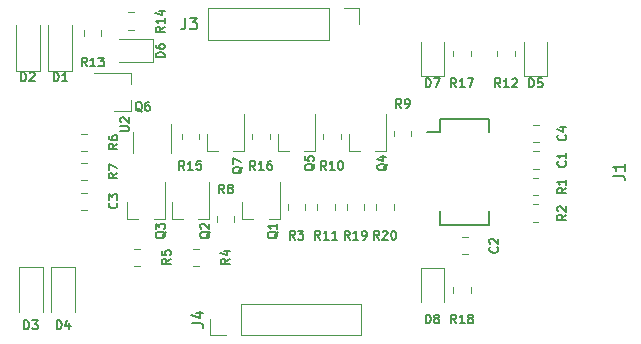
<source format=gbr>
%TF.GenerationSoftware,KiCad,Pcbnew,(6.0.7)*%
%TF.CreationDate,2023-04-17T23:48:31-04:00*%
%TF.ProjectId,minirib-usb,6d696e69-7269-4622-9d75-73622e6b6963,E*%
%TF.SameCoordinates,Original*%
%TF.FileFunction,Legend,Top*%
%TF.FilePolarity,Positive*%
%FSLAX46Y46*%
G04 Gerber Fmt 4.6, Leading zero omitted, Abs format (unit mm)*
G04 Created by KiCad (PCBNEW (6.0.7)) date 2023-04-17 23:48:31*
%MOMM*%
%LPD*%
G01*
G04 APERTURE LIST*
%ADD10C,0.150000*%
%ADD11C,0.120000*%
G04 APERTURE END LIST*
D10*
%TO.C,R10*%
X133517857Y-104839285D02*
X133267857Y-104482142D01*
X133089285Y-104839285D02*
X133089285Y-104089285D01*
X133375000Y-104089285D01*
X133446428Y-104125000D01*
X133482142Y-104160714D01*
X133517857Y-104232142D01*
X133517857Y-104339285D01*
X133482142Y-104410714D01*
X133446428Y-104446428D01*
X133375000Y-104482142D01*
X133089285Y-104482142D01*
X134232142Y-104839285D02*
X133803571Y-104839285D01*
X134017857Y-104839285D02*
X134017857Y-104089285D01*
X133946428Y-104196428D01*
X133875000Y-104267857D01*
X133803571Y-104303571D01*
X134696428Y-104089285D02*
X134767857Y-104089285D01*
X134839285Y-104125000D01*
X134875000Y-104160714D01*
X134910714Y-104232142D01*
X134946428Y-104375000D01*
X134946428Y-104553571D01*
X134910714Y-104696428D01*
X134875000Y-104767857D01*
X134839285Y-104803571D01*
X134767857Y-104839285D01*
X134696428Y-104839285D01*
X134625000Y-104803571D01*
X134589285Y-104767857D01*
X134553571Y-104696428D01*
X134517857Y-104553571D01*
X134517857Y-104375000D01*
X134553571Y-104232142D01*
X134589285Y-104160714D01*
X134625000Y-104125000D01*
X134696428Y-104089285D01*
%TO.C,D3*%
X107946428Y-118339285D02*
X107946428Y-117589285D01*
X108125000Y-117589285D01*
X108232142Y-117625000D01*
X108303571Y-117696428D01*
X108339285Y-117767857D01*
X108375000Y-117910714D01*
X108375000Y-118017857D01*
X108339285Y-118160714D01*
X108303571Y-118232142D01*
X108232142Y-118303571D01*
X108125000Y-118339285D01*
X107946428Y-118339285D01*
X108625000Y-117589285D02*
X109089285Y-117589285D01*
X108839285Y-117875000D01*
X108946428Y-117875000D01*
X109017857Y-117910714D01*
X109053571Y-117946428D01*
X109089285Y-118017857D01*
X109089285Y-118196428D01*
X109053571Y-118267857D01*
X109017857Y-118303571D01*
X108946428Y-118339285D01*
X108732142Y-118339285D01*
X108660714Y-118303571D01*
X108625000Y-118267857D01*
%TO.C,R19*%
X135517857Y-110739285D02*
X135267857Y-110382142D01*
X135089285Y-110739285D02*
X135089285Y-109989285D01*
X135375000Y-109989285D01*
X135446428Y-110025000D01*
X135482142Y-110060714D01*
X135517857Y-110132142D01*
X135517857Y-110239285D01*
X135482142Y-110310714D01*
X135446428Y-110346428D01*
X135375000Y-110382142D01*
X135089285Y-110382142D01*
X136232142Y-110739285D02*
X135803571Y-110739285D01*
X136017857Y-110739285D02*
X136017857Y-109989285D01*
X135946428Y-110096428D01*
X135875000Y-110167857D01*
X135803571Y-110203571D01*
X136589285Y-110739285D02*
X136732142Y-110739285D01*
X136803571Y-110703571D01*
X136839285Y-110667857D01*
X136910714Y-110560714D01*
X136946428Y-110417857D01*
X136946428Y-110132142D01*
X136910714Y-110060714D01*
X136875000Y-110025000D01*
X136803571Y-109989285D01*
X136660714Y-109989285D01*
X136589285Y-110025000D01*
X136553571Y-110060714D01*
X136517857Y-110132142D01*
X136517857Y-110310714D01*
X136553571Y-110382142D01*
X136589285Y-110417857D01*
X136660714Y-110453571D01*
X136803571Y-110453571D01*
X136875000Y-110417857D01*
X136910714Y-110382142D01*
X136946428Y-110310714D01*
%TO.C,J1*%
X157802380Y-105333333D02*
X158516666Y-105333333D01*
X158659523Y-105380952D01*
X158754761Y-105476190D01*
X158802380Y-105619047D01*
X158802380Y-105714285D01*
X158802380Y-104333333D02*
X158802380Y-104904761D01*
X158802380Y-104619047D02*
X157802380Y-104619047D01*
X157945238Y-104714285D01*
X158040476Y-104809523D01*
X158088095Y-104904761D01*
%TO.C,R3*%
X130875000Y-110739285D02*
X130625000Y-110382142D01*
X130446428Y-110739285D02*
X130446428Y-109989285D01*
X130732142Y-109989285D01*
X130803571Y-110025000D01*
X130839285Y-110060714D01*
X130875000Y-110132142D01*
X130875000Y-110239285D01*
X130839285Y-110310714D01*
X130803571Y-110346428D01*
X130732142Y-110382142D01*
X130446428Y-110382142D01*
X131125000Y-109989285D02*
X131589285Y-109989285D01*
X131339285Y-110275000D01*
X131446428Y-110275000D01*
X131517857Y-110310714D01*
X131553571Y-110346428D01*
X131589285Y-110417857D01*
X131589285Y-110596428D01*
X131553571Y-110667857D01*
X131517857Y-110703571D01*
X131446428Y-110739285D01*
X131232142Y-110739285D01*
X131160714Y-110703571D01*
X131125000Y-110667857D01*
%TO.C,J4*%
X122122380Y-117833333D02*
X122836666Y-117833333D01*
X122979523Y-117880952D01*
X123074761Y-117976190D01*
X123122380Y-118119047D01*
X123122380Y-118214285D01*
X122455714Y-116928571D02*
X123122380Y-116928571D01*
X122074761Y-117166666D02*
X122789047Y-117404761D01*
X122789047Y-116785714D01*
%TO.C,R1*%
X153834285Y-106380000D02*
X153477142Y-106630000D01*
X153834285Y-106808571D02*
X153084285Y-106808571D01*
X153084285Y-106522857D01*
X153120000Y-106451428D01*
X153155714Y-106415714D01*
X153227142Y-106380000D01*
X153334285Y-106380000D01*
X153405714Y-106415714D01*
X153441428Y-106451428D01*
X153477142Y-106522857D01*
X153477142Y-106808571D01*
X153834285Y-105665714D02*
X153834285Y-106094285D01*
X153834285Y-105880000D02*
X153084285Y-105880000D01*
X153191428Y-105951428D01*
X153262857Y-106022857D01*
X153298571Y-106094285D01*
%TO.C,R14*%
X119839285Y-92732142D02*
X119482142Y-92982142D01*
X119839285Y-93160714D02*
X119089285Y-93160714D01*
X119089285Y-92875000D01*
X119125000Y-92803571D01*
X119160714Y-92767857D01*
X119232142Y-92732142D01*
X119339285Y-92732142D01*
X119410714Y-92767857D01*
X119446428Y-92803571D01*
X119482142Y-92875000D01*
X119482142Y-93160714D01*
X119839285Y-92017857D02*
X119839285Y-92446428D01*
X119839285Y-92232142D02*
X119089285Y-92232142D01*
X119196428Y-92303571D01*
X119267857Y-92375000D01*
X119303571Y-92446428D01*
X119339285Y-91375000D02*
X119839285Y-91375000D01*
X119053571Y-91553571D02*
X119589285Y-91732142D01*
X119589285Y-91267857D01*
%TO.C,D7*%
X141946428Y-97839285D02*
X141946428Y-97089285D01*
X142125000Y-97089285D01*
X142232142Y-97125000D01*
X142303571Y-97196428D01*
X142339285Y-97267857D01*
X142375000Y-97410714D01*
X142375000Y-97517857D01*
X142339285Y-97660714D01*
X142303571Y-97732142D01*
X142232142Y-97803571D01*
X142125000Y-97839285D01*
X141946428Y-97839285D01*
X142625000Y-97089285D02*
X143125000Y-97089285D01*
X142803571Y-97839285D01*
%TO.C,U2*%
X116089285Y-101571428D02*
X116696428Y-101571428D01*
X116767857Y-101535714D01*
X116803571Y-101500000D01*
X116839285Y-101428571D01*
X116839285Y-101285714D01*
X116803571Y-101214285D01*
X116767857Y-101178571D01*
X116696428Y-101142857D01*
X116089285Y-101142857D01*
X116160714Y-100821428D02*
X116125000Y-100785714D01*
X116089285Y-100714285D01*
X116089285Y-100535714D01*
X116125000Y-100464285D01*
X116160714Y-100428571D01*
X116232142Y-100392857D01*
X116303571Y-100392857D01*
X116410714Y-100428571D01*
X116839285Y-100857142D01*
X116839285Y-100392857D01*
%TO.C,R13*%
X113267857Y-96089285D02*
X113017857Y-95732142D01*
X112839285Y-96089285D02*
X112839285Y-95339285D01*
X113125000Y-95339285D01*
X113196428Y-95375000D01*
X113232142Y-95410714D01*
X113267857Y-95482142D01*
X113267857Y-95589285D01*
X113232142Y-95660714D01*
X113196428Y-95696428D01*
X113125000Y-95732142D01*
X112839285Y-95732142D01*
X113982142Y-96089285D02*
X113553571Y-96089285D01*
X113767857Y-96089285D02*
X113767857Y-95339285D01*
X113696428Y-95446428D01*
X113625000Y-95517857D01*
X113553571Y-95553571D01*
X114232142Y-95339285D02*
X114696428Y-95339285D01*
X114446428Y-95625000D01*
X114553571Y-95625000D01*
X114625000Y-95660714D01*
X114660714Y-95696428D01*
X114696428Y-95767857D01*
X114696428Y-95946428D01*
X114660714Y-96017857D01*
X114625000Y-96053571D01*
X114553571Y-96089285D01*
X114339285Y-96089285D01*
X114267857Y-96053571D01*
X114232142Y-96017857D01*
%TO.C,Q2*%
X123660714Y-110071428D02*
X123625000Y-110142857D01*
X123553571Y-110214285D01*
X123446428Y-110321428D01*
X123410714Y-110392857D01*
X123410714Y-110464285D01*
X123589285Y-110428571D02*
X123553571Y-110500000D01*
X123482142Y-110571428D01*
X123339285Y-110607142D01*
X123089285Y-110607142D01*
X122946428Y-110571428D01*
X122875000Y-110500000D01*
X122839285Y-110428571D01*
X122839285Y-110285714D01*
X122875000Y-110214285D01*
X122946428Y-110142857D01*
X123089285Y-110107142D01*
X123339285Y-110107142D01*
X123482142Y-110142857D01*
X123553571Y-110214285D01*
X123589285Y-110285714D01*
X123589285Y-110428571D01*
X122910714Y-109821428D02*
X122875000Y-109785714D01*
X122839285Y-109714285D01*
X122839285Y-109535714D01*
X122875000Y-109464285D01*
X122910714Y-109428571D01*
X122982142Y-109392857D01*
X123053571Y-109392857D01*
X123160714Y-109428571D01*
X123589285Y-109857142D01*
X123589285Y-109392857D01*
%TO.C,D4*%
X110696428Y-118339285D02*
X110696428Y-117589285D01*
X110875000Y-117589285D01*
X110982142Y-117625000D01*
X111053571Y-117696428D01*
X111089285Y-117767857D01*
X111125000Y-117910714D01*
X111125000Y-118017857D01*
X111089285Y-118160714D01*
X111053571Y-118232142D01*
X110982142Y-118303571D01*
X110875000Y-118339285D01*
X110696428Y-118339285D01*
X111767857Y-117839285D02*
X111767857Y-118339285D01*
X111589285Y-117553571D02*
X111410714Y-118089285D01*
X111875000Y-118089285D01*
%TO.C,C2*%
X148017857Y-111375000D02*
X148053571Y-111410714D01*
X148089285Y-111517857D01*
X148089285Y-111589285D01*
X148053571Y-111696428D01*
X147982142Y-111767857D01*
X147910714Y-111803571D01*
X147767857Y-111839285D01*
X147660714Y-111839285D01*
X147517857Y-111803571D01*
X147446428Y-111767857D01*
X147375000Y-111696428D01*
X147339285Y-111589285D01*
X147339285Y-111517857D01*
X147375000Y-111410714D01*
X147410714Y-111375000D01*
X147410714Y-111089285D02*
X147375000Y-111053571D01*
X147339285Y-110982142D01*
X147339285Y-110803571D01*
X147375000Y-110732142D01*
X147410714Y-110696428D01*
X147482142Y-110660714D01*
X147553571Y-110660714D01*
X147660714Y-110696428D01*
X148089285Y-111125000D01*
X148089285Y-110660714D01*
%TO.C,R15*%
X121517857Y-104839285D02*
X121267857Y-104482142D01*
X121089285Y-104839285D02*
X121089285Y-104089285D01*
X121375000Y-104089285D01*
X121446428Y-104125000D01*
X121482142Y-104160714D01*
X121517857Y-104232142D01*
X121517857Y-104339285D01*
X121482142Y-104410714D01*
X121446428Y-104446428D01*
X121375000Y-104482142D01*
X121089285Y-104482142D01*
X122232142Y-104839285D02*
X121803571Y-104839285D01*
X122017857Y-104839285D02*
X122017857Y-104089285D01*
X121946428Y-104196428D01*
X121875000Y-104267857D01*
X121803571Y-104303571D01*
X122910714Y-104089285D02*
X122553571Y-104089285D01*
X122517857Y-104446428D01*
X122553571Y-104410714D01*
X122625000Y-104375000D01*
X122803571Y-104375000D01*
X122875000Y-104410714D01*
X122910714Y-104446428D01*
X122946428Y-104517857D01*
X122946428Y-104696428D01*
X122910714Y-104767857D01*
X122875000Y-104803571D01*
X122803571Y-104839285D01*
X122625000Y-104839285D01*
X122553571Y-104803571D01*
X122517857Y-104767857D01*
%TO.C,R7*%
X115839285Y-105125000D02*
X115482142Y-105375000D01*
X115839285Y-105553571D02*
X115089285Y-105553571D01*
X115089285Y-105267857D01*
X115125000Y-105196428D01*
X115160714Y-105160714D01*
X115232142Y-105125000D01*
X115339285Y-105125000D01*
X115410714Y-105160714D01*
X115446428Y-105196428D01*
X115482142Y-105267857D01*
X115482142Y-105553571D01*
X115089285Y-104875000D02*
X115089285Y-104375000D01*
X115839285Y-104696428D01*
%TO.C,R6*%
X115839285Y-102625000D02*
X115482142Y-102875000D01*
X115839285Y-103053571D02*
X115089285Y-103053571D01*
X115089285Y-102767857D01*
X115125000Y-102696428D01*
X115160714Y-102660714D01*
X115232142Y-102625000D01*
X115339285Y-102625000D01*
X115410714Y-102660714D01*
X115446428Y-102696428D01*
X115482142Y-102767857D01*
X115482142Y-103053571D01*
X115089285Y-101982142D02*
X115089285Y-102125000D01*
X115125000Y-102196428D01*
X115160714Y-102232142D01*
X115267857Y-102303571D01*
X115410714Y-102339285D01*
X115696428Y-102339285D01*
X115767857Y-102303571D01*
X115803571Y-102267857D01*
X115839285Y-102196428D01*
X115839285Y-102053571D01*
X115803571Y-101982142D01*
X115767857Y-101946428D01*
X115696428Y-101910714D01*
X115517857Y-101910714D01*
X115446428Y-101946428D01*
X115410714Y-101982142D01*
X115375000Y-102053571D01*
X115375000Y-102196428D01*
X115410714Y-102267857D01*
X115446428Y-102303571D01*
X115517857Y-102339285D01*
%TO.C,R5*%
X120339285Y-112375000D02*
X119982142Y-112625000D01*
X120339285Y-112803571D02*
X119589285Y-112803571D01*
X119589285Y-112517857D01*
X119625000Y-112446428D01*
X119660714Y-112410714D01*
X119732142Y-112375000D01*
X119839285Y-112375000D01*
X119910714Y-112410714D01*
X119946428Y-112446428D01*
X119982142Y-112517857D01*
X119982142Y-112803571D01*
X119589285Y-111696428D02*
X119589285Y-112053571D01*
X119946428Y-112089285D01*
X119910714Y-112053571D01*
X119875000Y-111982142D01*
X119875000Y-111803571D01*
X119910714Y-111732142D01*
X119946428Y-111696428D01*
X120017857Y-111660714D01*
X120196428Y-111660714D01*
X120267857Y-111696428D01*
X120303571Y-111732142D01*
X120339285Y-111803571D01*
X120339285Y-111982142D01*
X120303571Y-112053571D01*
X120267857Y-112089285D01*
%TO.C,D6*%
X119839285Y-95303571D02*
X119089285Y-95303571D01*
X119089285Y-95125000D01*
X119125000Y-95017857D01*
X119196428Y-94946428D01*
X119267857Y-94910714D01*
X119410714Y-94875000D01*
X119517857Y-94875000D01*
X119660714Y-94910714D01*
X119732142Y-94946428D01*
X119803571Y-95017857D01*
X119839285Y-95125000D01*
X119839285Y-95303571D01*
X119089285Y-94232142D02*
X119089285Y-94375000D01*
X119125000Y-94446428D01*
X119160714Y-94482142D01*
X119267857Y-94553571D01*
X119410714Y-94589285D01*
X119696428Y-94589285D01*
X119767857Y-94553571D01*
X119803571Y-94517857D01*
X119839285Y-94446428D01*
X119839285Y-94303571D01*
X119803571Y-94232142D01*
X119767857Y-94196428D01*
X119696428Y-94160714D01*
X119517857Y-94160714D01*
X119446428Y-94196428D01*
X119410714Y-94232142D01*
X119375000Y-94303571D01*
X119375000Y-94446428D01*
X119410714Y-94517857D01*
X119446428Y-94553571D01*
X119517857Y-94589285D01*
%TO.C,R12*%
X148267857Y-97839285D02*
X148017857Y-97482142D01*
X147839285Y-97839285D02*
X147839285Y-97089285D01*
X148125000Y-97089285D01*
X148196428Y-97125000D01*
X148232142Y-97160714D01*
X148267857Y-97232142D01*
X148267857Y-97339285D01*
X148232142Y-97410714D01*
X148196428Y-97446428D01*
X148125000Y-97482142D01*
X147839285Y-97482142D01*
X148982142Y-97839285D02*
X148553571Y-97839285D01*
X148767857Y-97839285D02*
X148767857Y-97089285D01*
X148696428Y-97196428D01*
X148625000Y-97267857D01*
X148553571Y-97303571D01*
X149267857Y-97160714D02*
X149303571Y-97125000D01*
X149375000Y-97089285D01*
X149553571Y-97089285D01*
X149625000Y-97125000D01*
X149660714Y-97160714D01*
X149696428Y-97232142D01*
X149696428Y-97303571D01*
X149660714Y-97410714D01*
X149232142Y-97839285D01*
X149696428Y-97839285D01*
%TO.C,R16*%
X127517857Y-104839285D02*
X127267857Y-104482142D01*
X127089285Y-104839285D02*
X127089285Y-104089285D01*
X127375000Y-104089285D01*
X127446428Y-104125000D01*
X127482142Y-104160714D01*
X127517857Y-104232142D01*
X127517857Y-104339285D01*
X127482142Y-104410714D01*
X127446428Y-104446428D01*
X127375000Y-104482142D01*
X127089285Y-104482142D01*
X128232142Y-104839285D02*
X127803571Y-104839285D01*
X128017857Y-104839285D02*
X128017857Y-104089285D01*
X127946428Y-104196428D01*
X127875000Y-104267857D01*
X127803571Y-104303571D01*
X128875000Y-104089285D02*
X128732142Y-104089285D01*
X128660714Y-104125000D01*
X128625000Y-104160714D01*
X128553571Y-104267857D01*
X128517857Y-104410714D01*
X128517857Y-104696428D01*
X128553571Y-104767857D01*
X128589285Y-104803571D01*
X128660714Y-104839285D01*
X128803571Y-104839285D01*
X128875000Y-104803571D01*
X128910714Y-104767857D01*
X128946428Y-104696428D01*
X128946428Y-104517857D01*
X128910714Y-104446428D01*
X128875000Y-104410714D01*
X128803571Y-104375000D01*
X128660714Y-104375000D01*
X128589285Y-104410714D01*
X128553571Y-104446428D01*
X128517857Y-104517857D01*
%TO.C,C3*%
X115767857Y-107625000D02*
X115803571Y-107660714D01*
X115839285Y-107767857D01*
X115839285Y-107839285D01*
X115803571Y-107946428D01*
X115732142Y-108017857D01*
X115660714Y-108053571D01*
X115517857Y-108089285D01*
X115410714Y-108089285D01*
X115267857Y-108053571D01*
X115196428Y-108017857D01*
X115125000Y-107946428D01*
X115089285Y-107839285D01*
X115089285Y-107767857D01*
X115125000Y-107660714D01*
X115160714Y-107625000D01*
X115089285Y-107375000D02*
X115089285Y-106910714D01*
X115375000Y-107160714D01*
X115375000Y-107053571D01*
X115410714Y-106982142D01*
X115446428Y-106946428D01*
X115517857Y-106910714D01*
X115696428Y-106910714D01*
X115767857Y-106946428D01*
X115803571Y-106982142D01*
X115839285Y-107053571D01*
X115839285Y-107267857D01*
X115803571Y-107339285D01*
X115767857Y-107375000D01*
%TO.C,R2*%
X153834285Y-108630000D02*
X153477142Y-108880000D01*
X153834285Y-109058571D02*
X153084285Y-109058571D01*
X153084285Y-108772857D01*
X153120000Y-108701428D01*
X153155714Y-108665714D01*
X153227142Y-108630000D01*
X153334285Y-108630000D01*
X153405714Y-108665714D01*
X153441428Y-108701428D01*
X153477142Y-108772857D01*
X153477142Y-109058571D01*
X153155714Y-108344285D02*
X153120000Y-108308571D01*
X153084285Y-108237142D01*
X153084285Y-108058571D01*
X153120000Y-107987142D01*
X153155714Y-107951428D01*
X153227142Y-107915714D01*
X153298571Y-107915714D01*
X153405714Y-107951428D01*
X153834285Y-108380000D01*
X153834285Y-107915714D01*
%TO.C,R20*%
X138017857Y-110739285D02*
X137767857Y-110382142D01*
X137589285Y-110739285D02*
X137589285Y-109989285D01*
X137875000Y-109989285D01*
X137946428Y-110025000D01*
X137982142Y-110060714D01*
X138017857Y-110132142D01*
X138017857Y-110239285D01*
X137982142Y-110310714D01*
X137946428Y-110346428D01*
X137875000Y-110382142D01*
X137589285Y-110382142D01*
X138303571Y-110060714D02*
X138339285Y-110025000D01*
X138410714Y-109989285D01*
X138589285Y-109989285D01*
X138660714Y-110025000D01*
X138696428Y-110060714D01*
X138732142Y-110132142D01*
X138732142Y-110203571D01*
X138696428Y-110310714D01*
X138267857Y-110739285D01*
X138732142Y-110739285D01*
X139196428Y-109989285D02*
X139267857Y-109989285D01*
X139339285Y-110025000D01*
X139375000Y-110060714D01*
X139410714Y-110132142D01*
X139446428Y-110275000D01*
X139446428Y-110453571D01*
X139410714Y-110596428D01*
X139375000Y-110667857D01*
X139339285Y-110703571D01*
X139267857Y-110739285D01*
X139196428Y-110739285D01*
X139125000Y-110703571D01*
X139089285Y-110667857D01*
X139053571Y-110596428D01*
X139017857Y-110453571D01*
X139017857Y-110275000D01*
X139053571Y-110132142D01*
X139089285Y-110060714D01*
X139125000Y-110025000D01*
X139196428Y-109989285D01*
%TO.C,R11*%
X133017857Y-110739285D02*
X132767857Y-110382142D01*
X132589285Y-110739285D02*
X132589285Y-109989285D01*
X132875000Y-109989285D01*
X132946428Y-110025000D01*
X132982142Y-110060714D01*
X133017857Y-110132142D01*
X133017857Y-110239285D01*
X132982142Y-110310714D01*
X132946428Y-110346428D01*
X132875000Y-110382142D01*
X132589285Y-110382142D01*
X133732142Y-110739285D02*
X133303571Y-110739285D01*
X133517857Y-110739285D02*
X133517857Y-109989285D01*
X133446428Y-110096428D01*
X133375000Y-110167857D01*
X133303571Y-110203571D01*
X134446428Y-110739285D02*
X134017857Y-110739285D01*
X134232142Y-110739285D02*
X134232142Y-109989285D01*
X134160714Y-110096428D01*
X134089285Y-110167857D01*
X134017857Y-110203571D01*
%TO.C,R18*%
X144517857Y-117839285D02*
X144267857Y-117482142D01*
X144089285Y-117839285D02*
X144089285Y-117089285D01*
X144375000Y-117089285D01*
X144446428Y-117125000D01*
X144482142Y-117160714D01*
X144517857Y-117232142D01*
X144517857Y-117339285D01*
X144482142Y-117410714D01*
X144446428Y-117446428D01*
X144375000Y-117482142D01*
X144089285Y-117482142D01*
X145232142Y-117839285D02*
X144803571Y-117839285D01*
X145017857Y-117839285D02*
X145017857Y-117089285D01*
X144946428Y-117196428D01*
X144875000Y-117267857D01*
X144803571Y-117303571D01*
X145660714Y-117410714D02*
X145589285Y-117375000D01*
X145553571Y-117339285D01*
X145517857Y-117267857D01*
X145517857Y-117232142D01*
X145553571Y-117160714D01*
X145589285Y-117125000D01*
X145660714Y-117089285D01*
X145803571Y-117089285D01*
X145875000Y-117125000D01*
X145910714Y-117160714D01*
X145946428Y-117232142D01*
X145946428Y-117267857D01*
X145910714Y-117339285D01*
X145875000Y-117375000D01*
X145803571Y-117410714D01*
X145660714Y-117410714D01*
X145589285Y-117446428D01*
X145553571Y-117482142D01*
X145517857Y-117553571D01*
X145517857Y-117696428D01*
X145553571Y-117767857D01*
X145589285Y-117803571D01*
X145660714Y-117839285D01*
X145803571Y-117839285D01*
X145875000Y-117803571D01*
X145910714Y-117767857D01*
X145946428Y-117696428D01*
X145946428Y-117553571D01*
X145910714Y-117482142D01*
X145875000Y-117446428D01*
X145803571Y-117410714D01*
%TO.C,Q3*%
X119910714Y-110071428D02*
X119875000Y-110142857D01*
X119803571Y-110214285D01*
X119696428Y-110321428D01*
X119660714Y-110392857D01*
X119660714Y-110464285D01*
X119839285Y-110428571D02*
X119803571Y-110500000D01*
X119732142Y-110571428D01*
X119589285Y-110607142D01*
X119339285Y-110607142D01*
X119196428Y-110571428D01*
X119125000Y-110500000D01*
X119089285Y-110428571D01*
X119089285Y-110285714D01*
X119125000Y-110214285D01*
X119196428Y-110142857D01*
X119339285Y-110107142D01*
X119589285Y-110107142D01*
X119732142Y-110142857D01*
X119803571Y-110214285D01*
X119839285Y-110285714D01*
X119839285Y-110428571D01*
X119089285Y-109857142D02*
X119089285Y-109392857D01*
X119375000Y-109642857D01*
X119375000Y-109535714D01*
X119410714Y-109464285D01*
X119446428Y-109428571D01*
X119517857Y-109392857D01*
X119696428Y-109392857D01*
X119767857Y-109428571D01*
X119803571Y-109464285D01*
X119839285Y-109535714D01*
X119839285Y-109750000D01*
X119803571Y-109821428D01*
X119767857Y-109857142D01*
%TO.C,C1*%
X153762857Y-104130000D02*
X153798571Y-104165714D01*
X153834285Y-104272857D01*
X153834285Y-104344285D01*
X153798571Y-104451428D01*
X153727142Y-104522857D01*
X153655714Y-104558571D01*
X153512857Y-104594285D01*
X153405714Y-104594285D01*
X153262857Y-104558571D01*
X153191428Y-104522857D01*
X153120000Y-104451428D01*
X153084285Y-104344285D01*
X153084285Y-104272857D01*
X153120000Y-104165714D01*
X153155714Y-104130000D01*
X153834285Y-103415714D02*
X153834285Y-103844285D01*
X153834285Y-103630000D02*
X153084285Y-103630000D01*
X153191428Y-103701428D01*
X153262857Y-103772857D01*
X153298571Y-103844285D01*
%TO.C,J3*%
X121591666Y-91952380D02*
X121591666Y-92666666D01*
X121544047Y-92809523D01*
X121448809Y-92904761D01*
X121305952Y-92952380D01*
X121210714Y-92952380D01*
X121972619Y-91952380D02*
X122591666Y-91952380D01*
X122258333Y-92333333D01*
X122401190Y-92333333D01*
X122496428Y-92380952D01*
X122544047Y-92428571D01*
X122591666Y-92523809D01*
X122591666Y-92761904D01*
X122544047Y-92857142D01*
X122496428Y-92904761D01*
X122401190Y-92952380D01*
X122115476Y-92952380D01*
X122020238Y-92904761D01*
X121972619Y-92857142D01*
%TO.C,Q1*%
X129410714Y-110071428D02*
X129375000Y-110142857D01*
X129303571Y-110214285D01*
X129196428Y-110321428D01*
X129160714Y-110392857D01*
X129160714Y-110464285D01*
X129339285Y-110428571D02*
X129303571Y-110500000D01*
X129232142Y-110571428D01*
X129089285Y-110607142D01*
X128839285Y-110607142D01*
X128696428Y-110571428D01*
X128625000Y-110500000D01*
X128589285Y-110428571D01*
X128589285Y-110285714D01*
X128625000Y-110214285D01*
X128696428Y-110142857D01*
X128839285Y-110107142D01*
X129089285Y-110107142D01*
X129232142Y-110142857D01*
X129303571Y-110214285D01*
X129339285Y-110285714D01*
X129339285Y-110428571D01*
X129339285Y-109392857D02*
X129339285Y-109821428D01*
X129339285Y-109607142D02*
X128589285Y-109607142D01*
X128696428Y-109678571D01*
X128767857Y-109750000D01*
X128803571Y-109821428D01*
%TO.C,R17*%
X144517857Y-97839285D02*
X144267857Y-97482142D01*
X144089285Y-97839285D02*
X144089285Y-97089285D01*
X144375000Y-97089285D01*
X144446428Y-97125000D01*
X144482142Y-97160714D01*
X144517857Y-97232142D01*
X144517857Y-97339285D01*
X144482142Y-97410714D01*
X144446428Y-97446428D01*
X144375000Y-97482142D01*
X144089285Y-97482142D01*
X145232142Y-97839285D02*
X144803571Y-97839285D01*
X145017857Y-97839285D02*
X145017857Y-97089285D01*
X144946428Y-97196428D01*
X144875000Y-97267857D01*
X144803571Y-97303571D01*
X145482142Y-97089285D02*
X145982142Y-97089285D01*
X145660714Y-97839285D01*
%TO.C,D2*%
X107696428Y-97339285D02*
X107696428Y-96589285D01*
X107875000Y-96589285D01*
X107982142Y-96625000D01*
X108053571Y-96696428D01*
X108089285Y-96767857D01*
X108125000Y-96910714D01*
X108125000Y-97017857D01*
X108089285Y-97160714D01*
X108053571Y-97232142D01*
X107982142Y-97303571D01*
X107875000Y-97339285D01*
X107696428Y-97339285D01*
X108410714Y-96660714D02*
X108446428Y-96625000D01*
X108517857Y-96589285D01*
X108696428Y-96589285D01*
X108767857Y-96625000D01*
X108803571Y-96660714D01*
X108839285Y-96732142D01*
X108839285Y-96803571D01*
X108803571Y-96910714D01*
X108375000Y-97339285D01*
X108839285Y-97339285D01*
%TO.C,Q6*%
X117928571Y-99910714D02*
X117857142Y-99875000D01*
X117785714Y-99803571D01*
X117678571Y-99696428D01*
X117607142Y-99660714D01*
X117535714Y-99660714D01*
X117571428Y-99839285D02*
X117500000Y-99803571D01*
X117428571Y-99732142D01*
X117392857Y-99589285D01*
X117392857Y-99339285D01*
X117428571Y-99196428D01*
X117500000Y-99125000D01*
X117571428Y-99089285D01*
X117714285Y-99089285D01*
X117785714Y-99125000D01*
X117857142Y-99196428D01*
X117892857Y-99339285D01*
X117892857Y-99589285D01*
X117857142Y-99732142D01*
X117785714Y-99803571D01*
X117714285Y-99839285D01*
X117571428Y-99839285D01*
X118535714Y-99089285D02*
X118392857Y-99089285D01*
X118321428Y-99125000D01*
X118285714Y-99160714D01*
X118214285Y-99267857D01*
X118178571Y-99410714D01*
X118178571Y-99696428D01*
X118214285Y-99767857D01*
X118250000Y-99803571D01*
X118321428Y-99839285D01*
X118464285Y-99839285D01*
X118535714Y-99803571D01*
X118571428Y-99767857D01*
X118607142Y-99696428D01*
X118607142Y-99517857D01*
X118571428Y-99446428D01*
X118535714Y-99410714D01*
X118464285Y-99375000D01*
X118321428Y-99375000D01*
X118250000Y-99410714D01*
X118214285Y-99446428D01*
X118178571Y-99517857D01*
%TO.C,Q4*%
X138660714Y-104321428D02*
X138625000Y-104392857D01*
X138553571Y-104464285D01*
X138446428Y-104571428D01*
X138410714Y-104642857D01*
X138410714Y-104714285D01*
X138589285Y-104678571D02*
X138553571Y-104750000D01*
X138482142Y-104821428D01*
X138339285Y-104857142D01*
X138089285Y-104857142D01*
X137946428Y-104821428D01*
X137875000Y-104750000D01*
X137839285Y-104678571D01*
X137839285Y-104535714D01*
X137875000Y-104464285D01*
X137946428Y-104392857D01*
X138089285Y-104357142D01*
X138339285Y-104357142D01*
X138482142Y-104392857D01*
X138553571Y-104464285D01*
X138589285Y-104535714D01*
X138589285Y-104678571D01*
X138089285Y-103714285D02*
X138589285Y-103714285D01*
X137803571Y-103892857D02*
X138339285Y-104071428D01*
X138339285Y-103607142D01*
%TO.C,Q5*%
X132525714Y-104321428D02*
X132490000Y-104392857D01*
X132418571Y-104464285D01*
X132311428Y-104571428D01*
X132275714Y-104642857D01*
X132275714Y-104714285D01*
X132454285Y-104678571D02*
X132418571Y-104750000D01*
X132347142Y-104821428D01*
X132204285Y-104857142D01*
X131954285Y-104857142D01*
X131811428Y-104821428D01*
X131740000Y-104750000D01*
X131704285Y-104678571D01*
X131704285Y-104535714D01*
X131740000Y-104464285D01*
X131811428Y-104392857D01*
X131954285Y-104357142D01*
X132204285Y-104357142D01*
X132347142Y-104392857D01*
X132418571Y-104464285D01*
X132454285Y-104535714D01*
X132454285Y-104678571D01*
X131704285Y-103678571D02*
X131704285Y-104035714D01*
X132061428Y-104071428D01*
X132025714Y-104035714D01*
X131990000Y-103964285D01*
X131990000Y-103785714D01*
X132025714Y-103714285D01*
X132061428Y-103678571D01*
X132132857Y-103642857D01*
X132311428Y-103642857D01*
X132382857Y-103678571D01*
X132418571Y-103714285D01*
X132454285Y-103785714D01*
X132454285Y-103964285D01*
X132418571Y-104035714D01*
X132382857Y-104071428D01*
%TO.C,D1*%
X110446428Y-97339285D02*
X110446428Y-96589285D01*
X110625000Y-96589285D01*
X110732142Y-96625000D01*
X110803571Y-96696428D01*
X110839285Y-96767857D01*
X110875000Y-96910714D01*
X110875000Y-97017857D01*
X110839285Y-97160714D01*
X110803571Y-97232142D01*
X110732142Y-97303571D01*
X110625000Y-97339285D01*
X110446428Y-97339285D01*
X111589285Y-97339285D02*
X111160714Y-97339285D01*
X111375000Y-97339285D02*
X111375000Y-96589285D01*
X111303571Y-96696428D01*
X111232142Y-96767857D01*
X111160714Y-96803571D01*
%TO.C,C4*%
X153762857Y-101880000D02*
X153798571Y-101915714D01*
X153834285Y-102022857D01*
X153834285Y-102094285D01*
X153798571Y-102201428D01*
X153727142Y-102272857D01*
X153655714Y-102308571D01*
X153512857Y-102344285D01*
X153405714Y-102344285D01*
X153262857Y-102308571D01*
X153191428Y-102272857D01*
X153120000Y-102201428D01*
X153084285Y-102094285D01*
X153084285Y-102022857D01*
X153120000Y-101915714D01*
X153155714Y-101880000D01*
X153334285Y-101237142D02*
X153834285Y-101237142D01*
X153048571Y-101415714D02*
X153584285Y-101594285D01*
X153584285Y-101130000D01*
%TO.C,D5*%
X150696428Y-97839285D02*
X150696428Y-97089285D01*
X150875000Y-97089285D01*
X150982142Y-97125000D01*
X151053571Y-97196428D01*
X151089285Y-97267857D01*
X151125000Y-97410714D01*
X151125000Y-97517857D01*
X151089285Y-97660714D01*
X151053571Y-97732142D01*
X150982142Y-97803571D01*
X150875000Y-97839285D01*
X150696428Y-97839285D01*
X151803571Y-97089285D02*
X151446428Y-97089285D01*
X151410714Y-97446428D01*
X151446428Y-97410714D01*
X151517857Y-97375000D01*
X151696428Y-97375000D01*
X151767857Y-97410714D01*
X151803571Y-97446428D01*
X151839285Y-97517857D01*
X151839285Y-97696428D01*
X151803571Y-97767857D01*
X151767857Y-97803571D01*
X151696428Y-97839285D01*
X151517857Y-97839285D01*
X151446428Y-97803571D01*
X151410714Y-97767857D01*
%TO.C,Q7*%
X126410714Y-104571428D02*
X126375000Y-104642857D01*
X126303571Y-104714285D01*
X126196428Y-104821428D01*
X126160714Y-104892857D01*
X126160714Y-104964285D01*
X126339285Y-104928571D02*
X126303571Y-105000000D01*
X126232142Y-105071428D01*
X126089285Y-105107142D01*
X125839285Y-105107142D01*
X125696428Y-105071428D01*
X125625000Y-105000000D01*
X125589285Y-104928571D01*
X125589285Y-104785714D01*
X125625000Y-104714285D01*
X125696428Y-104642857D01*
X125839285Y-104607142D01*
X126089285Y-104607142D01*
X126232142Y-104642857D01*
X126303571Y-104714285D01*
X126339285Y-104785714D01*
X126339285Y-104928571D01*
X125589285Y-104357142D02*
X125589285Y-103857142D01*
X126339285Y-104178571D01*
%TO.C,R9*%
X139875000Y-99589285D02*
X139625000Y-99232142D01*
X139446428Y-99589285D02*
X139446428Y-98839285D01*
X139732142Y-98839285D01*
X139803571Y-98875000D01*
X139839285Y-98910714D01*
X139875000Y-98982142D01*
X139875000Y-99089285D01*
X139839285Y-99160714D01*
X139803571Y-99196428D01*
X139732142Y-99232142D01*
X139446428Y-99232142D01*
X140232142Y-99589285D02*
X140375000Y-99589285D01*
X140446428Y-99553571D01*
X140482142Y-99517857D01*
X140553571Y-99410714D01*
X140589285Y-99267857D01*
X140589285Y-98982142D01*
X140553571Y-98910714D01*
X140517857Y-98875000D01*
X140446428Y-98839285D01*
X140303571Y-98839285D01*
X140232142Y-98875000D01*
X140196428Y-98910714D01*
X140160714Y-98982142D01*
X140160714Y-99160714D01*
X140196428Y-99232142D01*
X140232142Y-99267857D01*
X140303571Y-99303571D01*
X140446428Y-99303571D01*
X140517857Y-99267857D01*
X140553571Y-99232142D01*
X140589285Y-99160714D01*
%TO.C,R4*%
X125339285Y-112375000D02*
X124982142Y-112625000D01*
X125339285Y-112803571D02*
X124589285Y-112803571D01*
X124589285Y-112517857D01*
X124625000Y-112446428D01*
X124660714Y-112410714D01*
X124732142Y-112375000D01*
X124839285Y-112375000D01*
X124910714Y-112410714D01*
X124946428Y-112446428D01*
X124982142Y-112517857D01*
X124982142Y-112803571D01*
X124839285Y-111732142D02*
X125339285Y-111732142D01*
X124553571Y-111910714D02*
X125089285Y-112089285D01*
X125089285Y-111625000D01*
%TO.C,D8*%
X141946428Y-117839285D02*
X141946428Y-117089285D01*
X142125000Y-117089285D01*
X142232142Y-117125000D01*
X142303571Y-117196428D01*
X142339285Y-117267857D01*
X142375000Y-117410714D01*
X142375000Y-117517857D01*
X142339285Y-117660714D01*
X142303571Y-117732142D01*
X142232142Y-117803571D01*
X142125000Y-117839285D01*
X141946428Y-117839285D01*
X142803571Y-117410714D02*
X142732142Y-117375000D01*
X142696428Y-117339285D01*
X142660714Y-117267857D01*
X142660714Y-117232142D01*
X142696428Y-117160714D01*
X142732142Y-117125000D01*
X142803571Y-117089285D01*
X142946428Y-117089285D01*
X143017857Y-117125000D01*
X143053571Y-117160714D01*
X143089285Y-117232142D01*
X143089285Y-117267857D01*
X143053571Y-117339285D01*
X143017857Y-117375000D01*
X142946428Y-117410714D01*
X142803571Y-117410714D01*
X142732142Y-117446428D01*
X142696428Y-117482142D01*
X142660714Y-117553571D01*
X142660714Y-117696428D01*
X142696428Y-117767857D01*
X142732142Y-117803571D01*
X142803571Y-117839285D01*
X142946428Y-117839285D01*
X143017857Y-117803571D01*
X143053571Y-117767857D01*
X143089285Y-117696428D01*
X143089285Y-117553571D01*
X143053571Y-117482142D01*
X143017857Y-117446428D01*
X142946428Y-117410714D01*
%TO.C,R8*%
X124875000Y-106839285D02*
X124625000Y-106482142D01*
X124446428Y-106839285D02*
X124446428Y-106089285D01*
X124732142Y-106089285D01*
X124803571Y-106125000D01*
X124839285Y-106160714D01*
X124875000Y-106232142D01*
X124875000Y-106339285D01*
X124839285Y-106410714D01*
X124803571Y-106446428D01*
X124732142Y-106482142D01*
X124446428Y-106482142D01*
X125303571Y-106410714D02*
X125232142Y-106375000D01*
X125196428Y-106339285D01*
X125160714Y-106267857D01*
X125160714Y-106232142D01*
X125196428Y-106160714D01*
X125232142Y-106125000D01*
X125303571Y-106089285D01*
X125446428Y-106089285D01*
X125517857Y-106125000D01*
X125553571Y-106160714D01*
X125589285Y-106232142D01*
X125589285Y-106267857D01*
X125553571Y-106339285D01*
X125517857Y-106375000D01*
X125446428Y-106410714D01*
X125303571Y-106410714D01*
X125232142Y-106446428D01*
X125196428Y-106482142D01*
X125160714Y-106553571D01*
X125160714Y-106696428D01*
X125196428Y-106767857D01*
X125232142Y-106803571D01*
X125303571Y-106839285D01*
X125446428Y-106839285D01*
X125517857Y-106803571D01*
X125553571Y-106767857D01*
X125589285Y-106696428D01*
X125589285Y-106553571D01*
X125553571Y-106482142D01*
X125517857Y-106446428D01*
X125446428Y-106410714D01*
D11*
%TO.C,R10*%
X134735000Y-102227064D02*
X134735000Y-101772936D01*
X133265000Y-102227064D02*
X133265000Y-101772936D01*
%TO.C,D3*%
X109500000Y-113050000D02*
X109500000Y-116900000D01*
X109500000Y-113050000D02*
X107500000Y-113050000D01*
X107500000Y-113050000D02*
X107500000Y-116900000D01*
%TO.C,R19*%
X135265000Y-108227064D02*
X135265000Y-107772936D01*
X136735000Y-108227064D02*
X136735000Y-107772936D01*
%TO.C,R3*%
X131735000Y-107772936D02*
X131735000Y-108227064D01*
X130265000Y-107772936D02*
X130265000Y-108227064D01*
%TO.C,J4*%
X136490000Y-118830000D02*
X136490000Y-116170000D01*
X126270000Y-116170000D02*
X136490000Y-116170000D01*
X126270000Y-118830000D02*
X136490000Y-118830000D01*
X125000000Y-118830000D02*
X123670000Y-118830000D01*
X126270000Y-118830000D02*
X126270000Y-116170000D01*
X123670000Y-118830000D02*
X123670000Y-117500000D01*
%TO.C,R1*%
X151022936Y-105520000D02*
X151477064Y-105520000D01*
X151022936Y-106990000D02*
X151477064Y-106990000D01*
%TO.C,R14*%
X116772936Y-91515000D02*
X117227064Y-91515000D01*
X116772936Y-92985000D02*
X117227064Y-92985000D01*
%TO.C,D7*%
X141540000Y-96860000D02*
X143460000Y-96860000D01*
X143460000Y-96860000D02*
X143460000Y-94000000D01*
X141540000Y-94000000D02*
X141540000Y-96860000D01*
%TO.C,U2*%
X120360000Y-103400000D02*
X120360000Y-100950000D01*
X117140000Y-101600000D02*
X117140000Y-103400000D01*
%TO.C,R13*%
X114485000Y-93022936D02*
X114485000Y-93477064D01*
X113015000Y-93022936D02*
X113015000Y-93477064D01*
%TO.C,Q2*%
X120420000Y-109010000D02*
X120420000Y-107550000D01*
X123580000Y-109010000D02*
X122650000Y-109010000D01*
X123580000Y-109010000D02*
X123580000Y-105850000D01*
X120420000Y-109010000D02*
X121350000Y-109010000D01*
%TO.C,D4*%
X112250000Y-113050000D02*
X110250000Y-113050000D01*
X112250000Y-113050000D02*
X112250000Y-116900000D01*
X110250000Y-113050000D02*
X110250000Y-116900000D01*
%TO.C,C2*%
X145511252Y-110515000D02*
X144988748Y-110515000D01*
X145511252Y-111985000D02*
X144988748Y-111985000D01*
%TO.C,R15*%
X122735000Y-102227064D02*
X122735000Y-101772936D01*
X121265000Y-102227064D02*
X121265000Y-101772936D01*
%TO.C,R7*%
X112772936Y-105735000D02*
X113227064Y-105735000D01*
X112772936Y-104265000D02*
X113227064Y-104265000D01*
%TO.C,R6*%
X113227064Y-103235000D02*
X112772936Y-103235000D01*
X113227064Y-101765000D02*
X112772936Y-101765000D01*
%TO.C,R5*%
X117727064Y-111515000D02*
X117272936Y-111515000D01*
X117727064Y-112985000D02*
X117272936Y-112985000D01*
%TO.C,D6*%
X118860000Y-93790000D02*
X116000000Y-93790000D01*
X118860000Y-95710000D02*
X118860000Y-93790000D01*
X116000000Y-95710000D02*
X118860000Y-95710000D01*
%TO.C,R12*%
X149485000Y-94772936D02*
X149485000Y-95227064D01*
X148015000Y-94772936D02*
X148015000Y-95227064D01*
%TO.C,R16*%
X128735000Y-101772936D02*
X128735000Y-102227064D01*
X127265000Y-101772936D02*
X127265000Y-102227064D01*
%TO.C,C3*%
X112738748Y-106765000D02*
X113261252Y-106765000D01*
X112738748Y-108235000D02*
X113261252Y-108235000D01*
%TO.C,R2*%
X151472064Y-107770000D02*
X151017936Y-107770000D01*
X151472064Y-109240000D02*
X151017936Y-109240000D01*
%TO.C,R20*%
X139235000Y-108227064D02*
X139235000Y-107772936D01*
X137765000Y-108227064D02*
X137765000Y-107772936D01*
%TO.C,R11*%
X134235000Y-108227064D02*
X134235000Y-107772936D01*
X132765000Y-108227064D02*
X132765000Y-107772936D01*
%TO.C,R18*%
X145735000Y-115227064D02*
X145735000Y-114772936D01*
X144265000Y-115227064D02*
X144265000Y-114772936D01*
%TO.C,Q3*%
X116670000Y-109010000D02*
X117600000Y-109010000D01*
X116670000Y-109010000D02*
X116670000Y-107550000D01*
X119830000Y-109010000D02*
X118900000Y-109010000D01*
X119830000Y-109010000D02*
X119830000Y-105850000D01*
%TO.C,C1*%
X151511252Y-103270000D02*
X150988748Y-103270000D01*
X151511252Y-104740000D02*
X150988748Y-104740000D01*
%TO.C,J3*%
X133730000Y-91170000D02*
X123510000Y-91170000D01*
X133730000Y-93830000D02*
X123510000Y-93830000D01*
X135000000Y-91170000D02*
X136330000Y-91170000D01*
X123510000Y-91170000D02*
X123510000Y-93830000D01*
X133730000Y-91170000D02*
X133730000Y-93830000D01*
X136330000Y-91170000D02*
X136330000Y-92500000D01*
%TO.C,Q1*%
X129580000Y-109010000D02*
X129580000Y-105850000D01*
X129580000Y-109010000D02*
X128650000Y-109010000D01*
X126420000Y-109010000D02*
X126420000Y-107550000D01*
X126420000Y-109010000D02*
X127350000Y-109010000D01*
%TO.C,R17*%
X144265000Y-94772936D02*
X144265000Y-95227064D01*
X145735000Y-94772936D02*
X145735000Y-95227064D01*
D10*
%TO.C,U1*%
X147325000Y-109475000D02*
X147325000Y-108365000D01*
X143175000Y-101635000D02*
X142050000Y-101635000D01*
X143175000Y-109475000D02*
X147325000Y-109475000D01*
X143175000Y-100525000D02*
X147325000Y-100525000D01*
X143175000Y-101635000D02*
X143175000Y-100525000D01*
X143175000Y-109475000D02*
X143175000Y-108365000D01*
X147325000Y-100525000D02*
X147325000Y-101635000D01*
D11*
%TO.C,D2*%
X107250000Y-96450000D02*
X109250000Y-96450000D01*
X107250000Y-96450000D02*
X107250000Y-92600000D01*
X109250000Y-96450000D02*
X109250000Y-92600000D01*
%TO.C,Q6*%
X117010000Y-99830000D02*
X115550000Y-99830000D01*
X117010000Y-96670000D02*
X117010000Y-97600000D01*
X117010000Y-99830000D02*
X117010000Y-98900000D01*
X117010000Y-96670000D02*
X113850000Y-96670000D01*
%TO.C,Q4*%
X138580000Y-103260000D02*
X138580000Y-100100000D01*
X135420000Y-103260000D02*
X136350000Y-103260000D01*
X135420000Y-103260000D02*
X135420000Y-101800000D01*
X138580000Y-103260000D02*
X137650000Y-103260000D01*
%TO.C,Q5*%
X129420000Y-103260000D02*
X130350000Y-103260000D01*
X132580000Y-103260000D02*
X132580000Y-100100000D01*
X132580000Y-103260000D02*
X131650000Y-103260000D01*
X129420000Y-103260000D02*
X129420000Y-101800000D01*
%TO.C,D1*%
X112000000Y-96450000D02*
X112000000Y-92600000D01*
X110000000Y-96450000D02*
X110000000Y-92600000D01*
X110000000Y-96450000D02*
X112000000Y-96450000D01*
%TO.C,C4*%
X151511252Y-102490000D02*
X150988748Y-102490000D01*
X151511252Y-101020000D02*
X150988748Y-101020000D01*
%TO.C,D5*%
X150290000Y-94000000D02*
X150290000Y-96860000D01*
X150290000Y-96860000D02*
X152210000Y-96860000D01*
X152210000Y-96860000D02*
X152210000Y-94000000D01*
%TO.C,Q7*%
X123420000Y-103260000D02*
X123420000Y-101800000D01*
X126580000Y-103260000D02*
X125650000Y-103260000D01*
X123420000Y-103260000D02*
X124350000Y-103260000D01*
X126580000Y-103260000D02*
X126580000Y-100100000D01*
%TO.C,R9*%
X140735000Y-101977064D02*
X140735000Y-101522936D01*
X139265000Y-101977064D02*
X139265000Y-101522936D01*
%TO.C,R4*%
X122727064Y-112985000D02*
X122272936Y-112985000D01*
X122727064Y-111515000D02*
X122272936Y-111515000D01*
%TO.C,D8*%
X143460000Y-113140000D02*
X141540000Y-113140000D01*
X143460000Y-116000000D02*
X143460000Y-113140000D01*
X141540000Y-113140000D02*
X141540000Y-116000000D01*
%TO.C,R8*%
X124265000Y-109227064D02*
X124265000Y-108772936D01*
X125735000Y-109227064D02*
X125735000Y-108772936D01*
%TD*%
M02*

</source>
